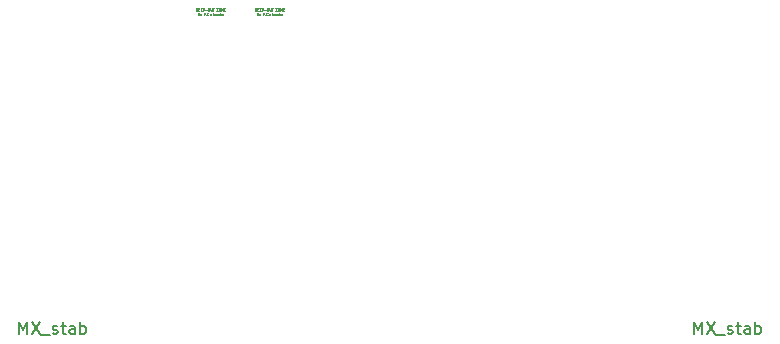
<source format=gbr>
%TF.GenerationSoftware,KiCad,Pcbnew,8.0.3*%
%TF.CreationDate,2024-09-04T21:23:11+02:00*%
%TF.ProjectId,ferntypes,6665726e-7479-4706-9573-2e6b69636164,rev?*%
%TF.SameCoordinates,Original*%
%TF.FileFunction,Other,Comment*%
%FSLAX46Y46*%
G04 Gerber Fmt 4.6, Leading zero omitted, Abs format (unit mm)*
G04 Created by KiCad (PCBNEW 8.0.3) date 2024-09-04 21:23:11*
%MOMM*%
%LPD*%
G01*
G04 APERTURE LIST*
%ADD10C,0.150000*%
%ADD11C,0.030000*%
G04 APERTURE END LIST*
D10*
X116276785Y-95514319D02*
X116276785Y-94514319D01*
X116276785Y-94514319D02*
X116610118Y-95228604D01*
X116610118Y-95228604D02*
X116943451Y-94514319D01*
X116943451Y-94514319D02*
X116943451Y-95514319D01*
X117324404Y-94514319D02*
X117991070Y-95514319D01*
X117991070Y-94514319D02*
X117324404Y-95514319D01*
X118133928Y-95609557D02*
X118895832Y-95609557D01*
X119086309Y-95466700D02*
X119181547Y-95514319D01*
X119181547Y-95514319D02*
X119372023Y-95514319D01*
X119372023Y-95514319D02*
X119467261Y-95466700D01*
X119467261Y-95466700D02*
X119514880Y-95371461D01*
X119514880Y-95371461D02*
X119514880Y-95323842D01*
X119514880Y-95323842D02*
X119467261Y-95228604D01*
X119467261Y-95228604D02*
X119372023Y-95180985D01*
X119372023Y-95180985D02*
X119229166Y-95180985D01*
X119229166Y-95180985D02*
X119133928Y-95133366D01*
X119133928Y-95133366D02*
X119086309Y-95038128D01*
X119086309Y-95038128D02*
X119086309Y-94990509D01*
X119086309Y-94990509D02*
X119133928Y-94895271D01*
X119133928Y-94895271D02*
X119229166Y-94847652D01*
X119229166Y-94847652D02*
X119372023Y-94847652D01*
X119372023Y-94847652D02*
X119467261Y-94895271D01*
X119800595Y-94847652D02*
X120181547Y-94847652D01*
X119943452Y-94514319D02*
X119943452Y-95371461D01*
X119943452Y-95371461D02*
X119991071Y-95466700D01*
X119991071Y-95466700D02*
X120086309Y-95514319D01*
X120086309Y-95514319D02*
X120181547Y-95514319D01*
X120943452Y-95514319D02*
X120943452Y-94990509D01*
X120943452Y-94990509D02*
X120895833Y-94895271D01*
X120895833Y-94895271D02*
X120800595Y-94847652D01*
X120800595Y-94847652D02*
X120610119Y-94847652D01*
X120610119Y-94847652D02*
X120514881Y-94895271D01*
X120943452Y-95466700D02*
X120848214Y-95514319D01*
X120848214Y-95514319D02*
X120610119Y-95514319D01*
X120610119Y-95514319D02*
X120514881Y-95466700D01*
X120514881Y-95466700D02*
X120467262Y-95371461D01*
X120467262Y-95371461D02*
X120467262Y-95276223D01*
X120467262Y-95276223D02*
X120514881Y-95180985D01*
X120514881Y-95180985D02*
X120610119Y-95133366D01*
X120610119Y-95133366D02*
X120848214Y-95133366D01*
X120848214Y-95133366D02*
X120943452Y-95085747D01*
X121419643Y-95514319D02*
X121419643Y-94514319D01*
X121419643Y-94895271D02*
X121514881Y-94847652D01*
X121514881Y-94847652D02*
X121705357Y-94847652D01*
X121705357Y-94847652D02*
X121800595Y-94895271D01*
X121800595Y-94895271D02*
X121848214Y-94942890D01*
X121848214Y-94942890D02*
X121895833Y-95038128D01*
X121895833Y-95038128D02*
X121895833Y-95323842D01*
X121895833Y-95323842D02*
X121848214Y-95419080D01*
X121848214Y-95419080D02*
X121800595Y-95466700D01*
X121800595Y-95466700D02*
X121705357Y-95514319D01*
X121705357Y-95514319D02*
X121514881Y-95514319D01*
X121514881Y-95514319D02*
X121419643Y-95466700D01*
X173426785Y-95514319D02*
X173426785Y-94514319D01*
X173426785Y-94514319D02*
X173760118Y-95228604D01*
X173760118Y-95228604D02*
X174093451Y-94514319D01*
X174093451Y-94514319D02*
X174093451Y-95514319D01*
X174474404Y-94514319D02*
X175141070Y-95514319D01*
X175141070Y-94514319D02*
X174474404Y-95514319D01*
X175283928Y-95609557D02*
X176045832Y-95609557D01*
X176236309Y-95466700D02*
X176331547Y-95514319D01*
X176331547Y-95514319D02*
X176522023Y-95514319D01*
X176522023Y-95514319D02*
X176617261Y-95466700D01*
X176617261Y-95466700D02*
X176664880Y-95371461D01*
X176664880Y-95371461D02*
X176664880Y-95323842D01*
X176664880Y-95323842D02*
X176617261Y-95228604D01*
X176617261Y-95228604D02*
X176522023Y-95180985D01*
X176522023Y-95180985D02*
X176379166Y-95180985D01*
X176379166Y-95180985D02*
X176283928Y-95133366D01*
X176283928Y-95133366D02*
X176236309Y-95038128D01*
X176236309Y-95038128D02*
X176236309Y-94990509D01*
X176236309Y-94990509D02*
X176283928Y-94895271D01*
X176283928Y-94895271D02*
X176379166Y-94847652D01*
X176379166Y-94847652D02*
X176522023Y-94847652D01*
X176522023Y-94847652D02*
X176617261Y-94895271D01*
X176950595Y-94847652D02*
X177331547Y-94847652D01*
X177093452Y-94514319D02*
X177093452Y-95371461D01*
X177093452Y-95371461D02*
X177141071Y-95466700D01*
X177141071Y-95466700D02*
X177236309Y-95514319D01*
X177236309Y-95514319D02*
X177331547Y-95514319D01*
X178093452Y-95514319D02*
X178093452Y-94990509D01*
X178093452Y-94990509D02*
X178045833Y-94895271D01*
X178045833Y-94895271D02*
X177950595Y-94847652D01*
X177950595Y-94847652D02*
X177760119Y-94847652D01*
X177760119Y-94847652D02*
X177664881Y-94895271D01*
X178093452Y-95466700D02*
X177998214Y-95514319D01*
X177998214Y-95514319D02*
X177760119Y-95514319D01*
X177760119Y-95514319D02*
X177664881Y-95466700D01*
X177664881Y-95466700D02*
X177617262Y-95371461D01*
X177617262Y-95371461D02*
X177617262Y-95276223D01*
X177617262Y-95276223D02*
X177664881Y-95180985D01*
X177664881Y-95180985D02*
X177760119Y-95133366D01*
X177760119Y-95133366D02*
X177998214Y-95133366D01*
X177998214Y-95133366D02*
X178093452Y-95085747D01*
X178569643Y-95514319D02*
X178569643Y-94514319D01*
X178569643Y-94895271D02*
X178664881Y-94847652D01*
X178664881Y-94847652D02*
X178855357Y-94847652D01*
X178855357Y-94847652D02*
X178950595Y-94895271D01*
X178950595Y-94895271D02*
X178998214Y-94942890D01*
X178998214Y-94942890D02*
X179045833Y-95038128D01*
X179045833Y-95038128D02*
X179045833Y-95323842D01*
X179045833Y-95323842D02*
X178998214Y-95419080D01*
X178998214Y-95419080D02*
X178950595Y-95466700D01*
X178950595Y-95466700D02*
X178855357Y-95514319D01*
X178855357Y-95514319D02*
X178664881Y-95514319D01*
X178664881Y-95514319D02*
X178569643Y-95466700D01*
D11*
X136223215Y-68153463D02*
X136223215Y-67953463D01*
X136337500Y-68153463D02*
X136251786Y-68039178D01*
X136337500Y-67953463D02*
X136223215Y-68067749D01*
X136423215Y-68048701D02*
X136489881Y-68048701D01*
X136518453Y-68153463D02*
X136423215Y-68153463D01*
X136423215Y-68153463D02*
X136423215Y-67953463D01*
X136423215Y-67953463D02*
X136518453Y-67953463D01*
X136604167Y-68048701D02*
X136670833Y-68048701D01*
X136699405Y-68153463D02*
X136604167Y-68153463D01*
X136604167Y-68153463D02*
X136604167Y-67953463D01*
X136604167Y-67953463D02*
X136699405Y-67953463D01*
X136785119Y-68153463D02*
X136785119Y-67953463D01*
X136785119Y-67953463D02*
X136861309Y-67953463D01*
X136861309Y-67953463D02*
X136880357Y-67962987D01*
X136880357Y-67962987D02*
X136889880Y-67972511D01*
X136889880Y-67972511D02*
X136899404Y-67991559D01*
X136899404Y-67991559D02*
X136899404Y-68020130D01*
X136899404Y-68020130D02*
X136889880Y-68039178D01*
X136889880Y-68039178D02*
X136880357Y-68048701D01*
X136880357Y-68048701D02*
X136861309Y-68058225D01*
X136861309Y-68058225D02*
X136785119Y-68058225D01*
X136985119Y-68077273D02*
X137137500Y-68077273D01*
X137270833Y-67953463D02*
X137308928Y-67953463D01*
X137308928Y-67953463D02*
X137327976Y-67962987D01*
X137327976Y-67962987D02*
X137347023Y-67982035D01*
X137347023Y-67982035D02*
X137356547Y-68020130D01*
X137356547Y-68020130D02*
X137356547Y-68086797D01*
X137356547Y-68086797D02*
X137347023Y-68124892D01*
X137347023Y-68124892D02*
X137327976Y-68143940D01*
X137327976Y-68143940D02*
X137308928Y-68153463D01*
X137308928Y-68153463D02*
X137270833Y-68153463D01*
X137270833Y-68153463D02*
X137251785Y-68143940D01*
X137251785Y-68143940D02*
X137232738Y-68124892D01*
X137232738Y-68124892D02*
X137223214Y-68086797D01*
X137223214Y-68086797D02*
X137223214Y-68020130D01*
X137223214Y-68020130D02*
X137232738Y-67982035D01*
X137232738Y-67982035D02*
X137251785Y-67962987D01*
X137251785Y-67962987D02*
X137270833Y-67953463D01*
X137442262Y-67953463D02*
X137442262Y-68115368D01*
X137442262Y-68115368D02*
X137451785Y-68134416D01*
X137451785Y-68134416D02*
X137461309Y-68143940D01*
X137461309Y-68143940D02*
X137480357Y-68153463D01*
X137480357Y-68153463D02*
X137518452Y-68153463D01*
X137518452Y-68153463D02*
X137537500Y-68143940D01*
X137537500Y-68143940D02*
X137547023Y-68134416D01*
X137547023Y-68134416D02*
X137556547Y-68115368D01*
X137556547Y-68115368D02*
X137556547Y-67953463D01*
X137623214Y-67953463D02*
X137737500Y-67953463D01*
X137680357Y-68153463D02*
X137680357Y-67953463D01*
X137937500Y-67953463D02*
X138070833Y-67953463D01*
X138070833Y-67953463D02*
X137937500Y-68153463D01*
X137937500Y-68153463D02*
X138070833Y-68153463D01*
X138185119Y-67953463D02*
X138223214Y-67953463D01*
X138223214Y-67953463D02*
X138242262Y-67962987D01*
X138242262Y-67962987D02*
X138261309Y-67982035D01*
X138261309Y-67982035D02*
X138270833Y-68020130D01*
X138270833Y-68020130D02*
X138270833Y-68086797D01*
X138270833Y-68086797D02*
X138261309Y-68124892D01*
X138261309Y-68124892D02*
X138242262Y-68143940D01*
X138242262Y-68143940D02*
X138223214Y-68153463D01*
X138223214Y-68153463D02*
X138185119Y-68153463D01*
X138185119Y-68153463D02*
X138166071Y-68143940D01*
X138166071Y-68143940D02*
X138147024Y-68124892D01*
X138147024Y-68124892D02*
X138137500Y-68086797D01*
X138137500Y-68086797D02*
X138137500Y-68020130D01*
X138137500Y-68020130D02*
X138147024Y-67982035D01*
X138147024Y-67982035D02*
X138166071Y-67962987D01*
X138166071Y-67962987D02*
X138185119Y-67953463D01*
X138356548Y-68153463D02*
X138356548Y-67953463D01*
X138356548Y-67953463D02*
X138470833Y-68153463D01*
X138470833Y-68153463D02*
X138470833Y-67953463D01*
X138566072Y-68048701D02*
X138632738Y-68048701D01*
X138661310Y-68153463D02*
X138566072Y-68153463D01*
X138566072Y-68153463D02*
X138566072Y-67953463D01*
X138566072Y-67953463D02*
X138661310Y-67953463D01*
X131223215Y-68153463D02*
X131223215Y-67953463D01*
X131337500Y-68153463D02*
X131251786Y-68039178D01*
X131337500Y-67953463D02*
X131223215Y-68067749D01*
X131423215Y-68048701D02*
X131489881Y-68048701D01*
X131518453Y-68153463D02*
X131423215Y-68153463D01*
X131423215Y-68153463D02*
X131423215Y-67953463D01*
X131423215Y-67953463D02*
X131518453Y-67953463D01*
X131604167Y-68048701D02*
X131670833Y-68048701D01*
X131699405Y-68153463D02*
X131604167Y-68153463D01*
X131604167Y-68153463D02*
X131604167Y-67953463D01*
X131604167Y-67953463D02*
X131699405Y-67953463D01*
X131785119Y-68153463D02*
X131785119Y-67953463D01*
X131785119Y-67953463D02*
X131861309Y-67953463D01*
X131861309Y-67953463D02*
X131880357Y-67962987D01*
X131880357Y-67962987D02*
X131889880Y-67972511D01*
X131889880Y-67972511D02*
X131899404Y-67991559D01*
X131899404Y-67991559D02*
X131899404Y-68020130D01*
X131899404Y-68020130D02*
X131889880Y-68039178D01*
X131889880Y-68039178D02*
X131880357Y-68048701D01*
X131880357Y-68048701D02*
X131861309Y-68058225D01*
X131861309Y-68058225D02*
X131785119Y-68058225D01*
X131985119Y-68077273D02*
X132137500Y-68077273D01*
X132270833Y-67953463D02*
X132308928Y-67953463D01*
X132308928Y-67953463D02*
X132327976Y-67962987D01*
X132327976Y-67962987D02*
X132347023Y-67982035D01*
X132347023Y-67982035D02*
X132356547Y-68020130D01*
X132356547Y-68020130D02*
X132356547Y-68086797D01*
X132356547Y-68086797D02*
X132347023Y-68124892D01*
X132347023Y-68124892D02*
X132327976Y-68143940D01*
X132327976Y-68143940D02*
X132308928Y-68153463D01*
X132308928Y-68153463D02*
X132270833Y-68153463D01*
X132270833Y-68153463D02*
X132251785Y-68143940D01*
X132251785Y-68143940D02*
X132232738Y-68124892D01*
X132232738Y-68124892D02*
X132223214Y-68086797D01*
X132223214Y-68086797D02*
X132223214Y-68020130D01*
X132223214Y-68020130D02*
X132232738Y-67982035D01*
X132232738Y-67982035D02*
X132251785Y-67962987D01*
X132251785Y-67962987D02*
X132270833Y-67953463D01*
X132442262Y-67953463D02*
X132442262Y-68115368D01*
X132442262Y-68115368D02*
X132451785Y-68134416D01*
X132451785Y-68134416D02*
X132461309Y-68143940D01*
X132461309Y-68143940D02*
X132480357Y-68153463D01*
X132480357Y-68153463D02*
X132518452Y-68153463D01*
X132518452Y-68153463D02*
X132537500Y-68143940D01*
X132537500Y-68143940D02*
X132547023Y-68134416D01*
X132547023Y-68134416D02*
X132556547Y-68115368D01*
X132556547Y-68115368D02*
X132556547Y-67953463D01*
X132623214Y-67953463D02*
X132737500Y-67953463D01*
X132680357Y-68153463D02*
X132680357Y-67953463D01*
X132937500Y-67953463D02*
X133070833Y-67953463D01*
X133070833Y-67953463D02*
X132937500Y-68153463D01*
X132937500Y-68153463D02*
X133070833Y-68153463D01*
X133185119Y-67953463D02*
X133223214Y-67953463D01*
X133223214Y-67953463D02*
X133242262Y-67962987D01*
X133242262Y-67962987D02*
X133261309Y-67982035D01*
X133261309Y-67982035D02*
X133270833Y-68020130D01*
X133270833Y-68020130D02*
X133270833Y-68086797D01*
X133270833Y-68086797D02*
X133261309Y-68124892D01*
X133261309Y-68124892D02*
X133242262Y-68143940D01*
X133242262Y-68143940D02*
X133223214Y-68153463D01*
X133223214Y-68153463D02*
X133185119Y-68153463D01*
X133185119Y-68153463D02*
X133166071Y-68143940D01*
X133166071Y-68143940D02*
X133147024Y-68124892D01*
X133147024Y-68124892D02*
X133137500Y-68086797D01*
X133137500Y-68086797D02*
X133137500Y-68020130D01*
X133137500Y-68020130D02*
X133147024Y-67982035D01*
X133147024Y-67982035D02*
X133166071Y-67962987D01*
X133166071Y-67962987D02*
X133185119Y-67953463D01*
X133356548Y-68153463D02*
X133356548Y-67953463D01*
X133356548Y-67953463D02*
X133470833Y-68153463D01*
X133470833Y-68153463D02*
X133470833Y-67953463D01*
X133566072Y-68048701D02*
X133632738Y-68048701D01*
X133661310Y-68153463D02*
X133566072Y-68153463D01*
X133566072Y-68153463D02*
X133566072Y-67953463D01*
X133566072Y-67953463D02*
X133661310Y-67953463D01*
X131356547Y-68553463D02*
X131356547Y-68353463D01*
X131356547Y-68353463D02*
X131470832Y-68553463D01*
X131470832Y-68553463D02*
X131470832Y-68353463D01*
X131594642Y-68553463D02*
X131575594Y-68543940D01*
X131575594Y-68543940D02*
X131566071Y-68534416D01*
X131566071Y-68534416D02*
X131556547Y-68515368D01*
X131556547Y-68515368D02*
X131556547Y-68458225D01*
X131556547Y-68458225D02*
X131566071Y-68439178D01*
X131566071Y-68439178D02*
X131575594Y-68429654D01*
X131575594Y-68429654D02*
X131594642Y-68420130D01*
X131594642Y-68420130D02*
X131623213Y-68420130D01*
X131623213Y-68420130D02*
X131642261Y-68429654D01*
X131642261Y-68429654D02*
X131651785Y-68439178D01*
X131651785Y-68439178D02*
X131661309Y-68458225D01*
X131661309Y-68458225D02*
X131661309Y-68515368D01*
X131661309Y-68515368D02*
X131651785Y-68534416D01*
X131651785Y-68534416D02*
X131642261Y-68543940D01*
X131642261Y-68543940D02*
X131623213Y-68553463D01*
X131623213Y-68553463D02*
X131594642Y-68553463D01*
X131966070Y-68448701D02*
X131899404Y-68448701D01*
X131899404Y-68553463D02*
X131899404Y-68353463D01*
X131899404Y-68353463D02*
X131994642Y-68353463D01*
X132070833Y-68534416D02*
X132080356Y-68543940D01*
X132080356Y-68543940D02*
X132070833Y-68553463D01*
X132070833Y-68553463D02*
X132061309Y-68543940D01*
X132061309Y-68543940D02*
X132070833Y-68534416D01*
X132070833Y-68534416D02*
X132070833Y-68553463D01*
X132280356Y-68534416D02*
X132270832Y-68543940D01*
X132270832Y-68543940D02*
X132242261Y-68553463D01*
X132242261Y-68553463D02*
X132223213Y-68553463D01*
X132223213Y-68553463D02*
X132194642Y-68543940D01*
X132194642Y-68543940D02*
X132175594Y-68524892D01*
X132175594Y-68524892D02*
X132166071Y-68505844D01*
X132166071Y-68505844D02*
X132156547Y-68467749D01*
X132156547Y-68467749D02*
X132156547Y-68439178D01*
X132156547Y-68439178D02*
X132166071Y-68401082D01*
X132166071Y-68401082D02*
X132175594Y-68382035D01*
X132175594Y-68382035D02*
X132194642Y-68362987D01*
X132194642Y-68362987D02*
X132223213Y-68353463D01*
X132223213Y-68353463D02*
X132242261Y-68353463D01*
X132242261Y-68353463D02*
X132270832Y-68362987D01*
X132270832Y-68362987D02*
X132280356Y-68372511D01*
X132451785Y-68420130D02*
X132451785Y-68553463D01*
X132366071Y-68420130D02*
X132366071Y-68524892D01*
X132366071Y-68524892D02*
X132375594Y-68543940D01*
X132375594Y-68543940D02*
X132394642Y-68553463D01*
X132394642Y-68553463D02*
X132423213Y-68553463D01*
X132423213Y-68553463D02*
X132442261Y-68543940D01*
X132442261Y-68543940D02*
X132451785Y-68534416D01*
X132670832Y-68420130D02*
X132747023Y-68420130D01*
X132699404Y-68353463D02*
X132699404Y-68524892D01*
X132699404Y-68524892D02*
X132708927Y-68543940D01*
X132708927Y-68543940D02*
X132727975Y-68553463D01*
X132727975Y-68553463D02*
X132747023Y-68553463D01*
X132813690Y-68553463D02*
X132813690Y-68420130D01*
X132813690Y-68458225D02*
X132823213Y-68439178D01*
X132823213Y-68439178D02*
X132832737Y-68429654D01*
X132832737Y-68429654D02*
X132851785Y-68420130D01*
X132851785Y-68420130D02*
X132870832Y-68420130D01*
X133023214Y-68553463D02*
X133023214Y-68448701D01*
X133023214Y-68448701D02*
X133013690Y-68429654D01*
X133013690Y-68429654D02*
X132994642Y-68420130D01*
X132994642Y-68420130D02*
X132956547Y-68420130D01*
X132956547Y-68420130D02*
X132937500Y-68429654D01*
X133023214Y-68543940D02*
X133004166Y-68553463D01*
X133004166Y-68553463D02*
X132956547Y-68553463D01*
X132956547Y-68553463D02*
X132937500Y-68543940D01*
X132937500Y-68543940D02*
X132927976Y-68524892D01*
X132927976Y-68524892D02*
X132927976Y-68505844D01*
X132927976Y-68505844D02*
X132937500Y-68486797D01*
X132937500Y-68486797D02*
X132956547Y-68477273D01*
X132956547Y-68477273D02*
X133004166Y-68477273D01*
X133004166Y-68477273D02*
X133023214Y-68467749D01*
X133204166Y-68543940D02*
X133185118Y-68553463D01*
X133185118Y-68553463D02*
X133147023Y-68553463D01*
X133147023Y-68553463D02*
X133127975Y-68543940D01*
X133127975Y-68543940D02*
X133118452Y-68534416D01*
X133118452Y-68534416D02*
X133108928Y-68515368D01*
X133108928Y-68515368D02*
X133108928Y-68458225D01*
X133108928Y-68458225D02*
X133118452Y-68439178D01*
X133118452Y-68439178D02*
X133127975Y-68429654D01*
X133127975Y-68429654D02*
X133147023Y-68420130D01*
X133147023Y-68420130D02*
X133185118Y-68420130D01*
X133185118Y-68420130D02*
X133204166Y-68429654D01*
X133289881Y-68553463D02*
X133289881Y-68353463D01*
X133308928Y-68477273D02*
X133366071Y-68553463D01*
X133366071Y-68420130D02*
X133289881Y-68496320D01*
X133442262Y-68543940D02*
X133461309Y-68553463D01*
X133461309Y-68553463D02*
X133499405Y-68553463D01*
X133499405Y-68553463D02*
X133518452Y-68543940D01*
X133518452Y-68543940D02*
X133527976Y-68524892D01*
X133527976Y-68524892D02*
X133527976Y-68515368D01*
X133527976Y-68515368D02*
X133518452Y-68496320D01*
X133518452Y-68496320D02*
X133499405Y-68486797D01*
X133499405Y-68486797D02*
X133470833Y-68486797D01*
X133470833Y-68486797D02*
X133451786Y-68477273D01*
X133451786Y-68477273D02*
X133442262Y-68458225D01*
X133442262Y-68458225D02*
X133442262Y-68448701D01*
X133442262Y-68448701D02*
X133451786Y-68429654D01*
X133451786Y-68429654D02*
X133470833Y-68420130D01*
X133470833Y-68420130D02*
X133499405Y-68420130D01*
X133499405Y-68420130D02*
X133518452Y-68429654D01*
X136356547Y-68553463D02*
X136356547Y-68353463D01*
X136356547Y-68353463D02*
X136470832Y-68553463D01*
X136470832Y-68553463D02*
X136470832Y-68353463D01*
X136594642Y-68553463D02*
X136575594Y-68543940D01*
X136575594Y-68543940D02*
X136566071Y-68534416D01*
X136566071Y-68534416D02*
X136556547Y-68515368D01*
X136556547Y-68515368D02*
X136556547Y-68458225D01*
X136556547Y-68458225D02*
X136566071Y-68439178D01*
X136566071Y-68439178D02*
X136575594Y-68429654D01*
X136575594Y-68429654D02*
X136594642Y-68420130D01*
X136594642Y-68420130D02*
X136623213Y-68420130D01*
X136623213Y-68420130D02*
X136642261Y-68429654D01*
X136642261Y-68429654D02*
X136651785Y-68439178D01*
X136651785Y-68439178D02*
X136661309Y-68458225D01*
X136661309Y-68458225D02*
X136661309Y-68515368D01*
X136661309Y-68515368D02*
X136651785Y-68534416D01*
X136651785Y-68534416D02*
X136642261Y-68543940D01*
X136642261Y-68543940D02*
X136623213Y-68553463D01*
X136623213Y-68553463D02*
X136594642Y-68553463D01*
X136966070Y-68448701D02*
X136899404Y-68448701D01*
X136899404Y-68553463D02*
X136899404Y-68353463D01*
X136899404Y-68353463D02*
X136994642Y-68353463D01*
X137070833Y-68534416D02*
X137080356Y-68543940D01*
X137080356Y-68543940D02*
X137070833Y-68553463D01*
X137070833Y-68553463D02*
X137061309Y-68543940D01*
X137061309Y-68543940D02*
X137070833Y-68534416D01*
X137070833Y-68534416D02*
X137070833Y-68553463D01*
X137280356Y-68534416D02*
X137270832Y-68543940D01*
X137270832Y-68543940D02*
X137242261Y-68553463D01*
X137242261Y-68553463D02*
X137223213Y-68553463D01*
X137223213Y-68553463D02*
X137194642Y-68543940D01*
X137194642Y-68543940D02*
X137175594Y-68524892D01*
X137175594Y-68524892D02*
X137166071Y-68505844D01*
X137166071Y-68505844D02*
X137156547Y-68467749D01*
X137156547Y-68467749D02*
X137156547Y-68439178D01*
X137156547Y-68439178D02*
X137166071Y-68401082D01*
X137166071Y-68401082D02*
X137175594Y-68382035D01*
X137175594Y-68382035D02*
X137194642Y-68362987D01*
X137194642Y-68362987D02*
X137223213Y-68353463D01*
X137223213Y-68353463D02*
X137242261Y-68353463D01*
X137242261Y-68353463D02*
X137270832Y-68362987D01*
X137270832Y-68362987D02*
X137280356Y-68372511D01*
X137451785Y-68420130D02*
X137451785Y-68553463D01*
X137366071Y-68420130D02*
X137366071Y-68524892D01*
X137366071Y-68524892D02*
X137375594Y-68543940D01*
X137375594Y-68543940D02*
X137394642Y-68553463D01*
X137394642Y-68553463D02*
X137423213Y-68553463D01*
X137423213Y-68553463D02*
X137442261Y-68543940D01*
X137442261Y-68543940D02*
X137451785Y-68534416D01*
X137670832Y-68420130D02*
X137747023Y-68420130D01*
X137699404Y-68353463D02*
X137699404Y-68524892D01*
X137699404Y-68524892D02*
X137708927Y-68543940D01*
X137708927Y-68543940D02*
X137727975Y-68553463D01*
X137727975Y-68553463D02*
X137747023Y-68553463D01*
X137813690Y-68553463D02*
X137813690Y-68420130D01*
X137813690Y-68458225D02*
X137823213Y-68439178D01*
X137823213Y-68439178D02*
X137832737Y-68429654D01*
X137832737Y-68429654D02*
X137851785Y-68420130D01*
X137851785Y-68420130D02*
X137870832Y-68420130D01*
X138023214Y-68553463D02*
X138023214Y-68448701D01*
X138023214Y-68448701D02*
X138013690Y-68429654D01*
X138013690Y-68429654D02*
X137994642Y-68420130D01*
X137994642Y-68420130D02*
X137956547Y-68420130D01*
X137956547Y-68420130D02*
X137937500Y-68429654D01*
X138023214Y-68543940D02*
X138004166Y-68553463D01*
X138004166Y-68553463D02*
X137956547Y-68553463D01*
X137956547Y-68553463D02*
X137937500Y-68543940D01*
X137937500Y-68543940D02*
X137927976Y-68524892D01*
X137927976Y-68524892D02*
X137927976Y-68505844D01*
X137927976Y-68505844D02*
X137937500Y-68486797D01*
X137937500Y-68486797D02*
X137956547Y-68477273D01*
X137956547Y-68477273D02*
X138004166Y-68477273D01*
X138004166Y-68477273D02*
X138023214Y-68467749D01*
X138204166Y-68543940D02*
X138185118Y-68553463D01*
X138185118Y-68553463D02*
X138147023Y-68553463D01*
X138147023Y-68553463D02*
X138127975Y-68543940D01*
X138127975Y-68543940D02*
X138118452Y-68534416D01*
X138118452Y-68534416D02*
X138108928Y-68515368D01*
X138108928Y-68515368D02*
X138108928Y-68458225D01*
X138108928Y-68458225D02*
X138118452Y-68439178D01*
X138118452Y-68439178D02*
X138127975Y-68429654D01*
X138127975Y-68429654D02*
X138147023Y-68420130D01*
X138147023Y-68420130D02*
X138185118Y-68420130D01*
X138185118Y-68420130D02*
X138204166Y-68429654D01*
X138289881Y-68553463D02*
X138289881Y-68353463D01*
X138308928Y-68477273D02*
X138366071Y-68553463D01*
X138366071Y-68420130D02*
X138289881Y-68496320D01*
X138442262Y-68543940D02*
X138461309Y-68553463D01*
X138461309Y-68553463D02*
X138499405Y-68553463D01*
X138499405Y-68553463D02*
X138518452Y-68543940D01*
X138518452Y-68543940D02*
X138527976Y-68524892D01*
X138527976Y-68524892D02*
X138527976Y-68515368D01*
X138527976Y-68515368D02*
X138518452Y-68496320D01*
X138518452Y-68496320D02*
X138499405Y-68486797D01*
X138499405Y-68486797D02*
X138470833Y-68486797D01*
X138470833Y-68486797D02*
X138451786Y-68477273D01*
X138451786Y-68477273D02*
X138442262Y-68458225D01*
X138442262Y-68458225D02*
X138442262Y-68448701D01*
X138442262Y-68448701D02*
X138451786Y-68429654D01*
X138451786Y-68429654D02*
X138470833Y-68420130D01*
X138470833Y-68420130D02*
X138499405Y-68420130D01*
X138499405Y-68420130D02*
X138518452Y-68429654D01*
M02*

</source>
